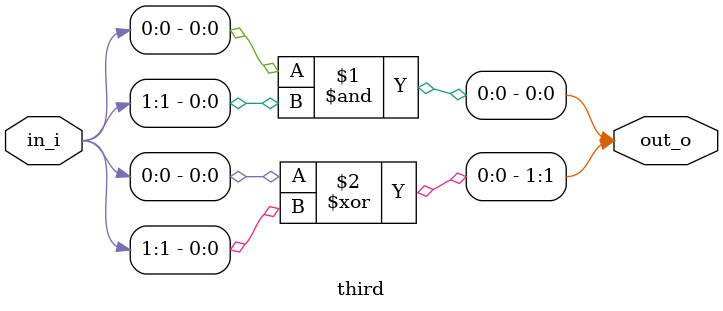
<source format=sv>
module top (
  input logic [3:0] in_i,
  output logic [3:0] out_o
);
  simple u_sim_one (
    .in_i(in_i[1:0]),
    .out_o(out_o[1:0])
  );
  simple u_sim_two (
    .in_i(in_i[3:2]),
    .out_o(out_o[3:2])
  );

  assign out_o[2] = in_i[2] | in_i[3];
  assign out_o[3] = in_i[2] ^ ~in_i[3];
endmodule

module simple (
  input logic [1:0] in_i,
  output logic [1:0] out_o
);
  third u_third(.in_i, .out_o);
endmodule

module third (
  input logic [1:0] in_i,
  output logic [1:0] out_o
);
  assign out_o[0] = in_i[0] & in_i[1];
  assign out_o[1] = in_i[0] ^ in_i[1];
endmodule

</source>
